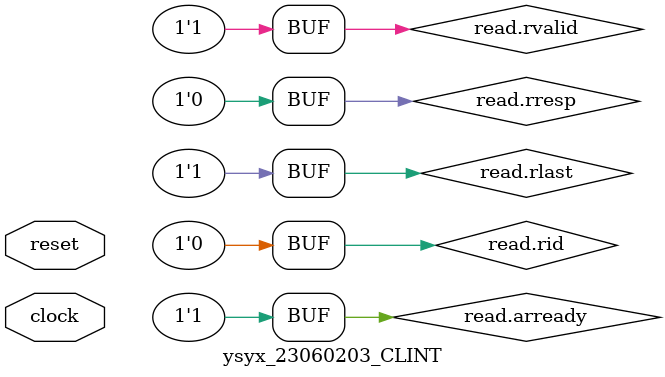
<source format=sv>
module ysyx_23060203_CLINT (
  input clock, reset,

  ysyx_23060203_axi_if.in read
);

  reg [63:0] uptime, uptime_next;

  always @(posedge clock) begin
    if (reset) begin
      uptime <= 0;
    end else begin
      uptime <= uptime_next;
    end
  end

  always_comb begin
    uptime_next = uptime + 1;
  end

  assign read.arready = 1;
  assign read.rvalid = 1;
  assign read.rresp = 0;
  assign read.rdata = read.araddr[2] ? uptime[63:32] : uptime[31:0];
  assign read.rlast = 1;
  assign read.rid = 0;
endmodule

</source>
